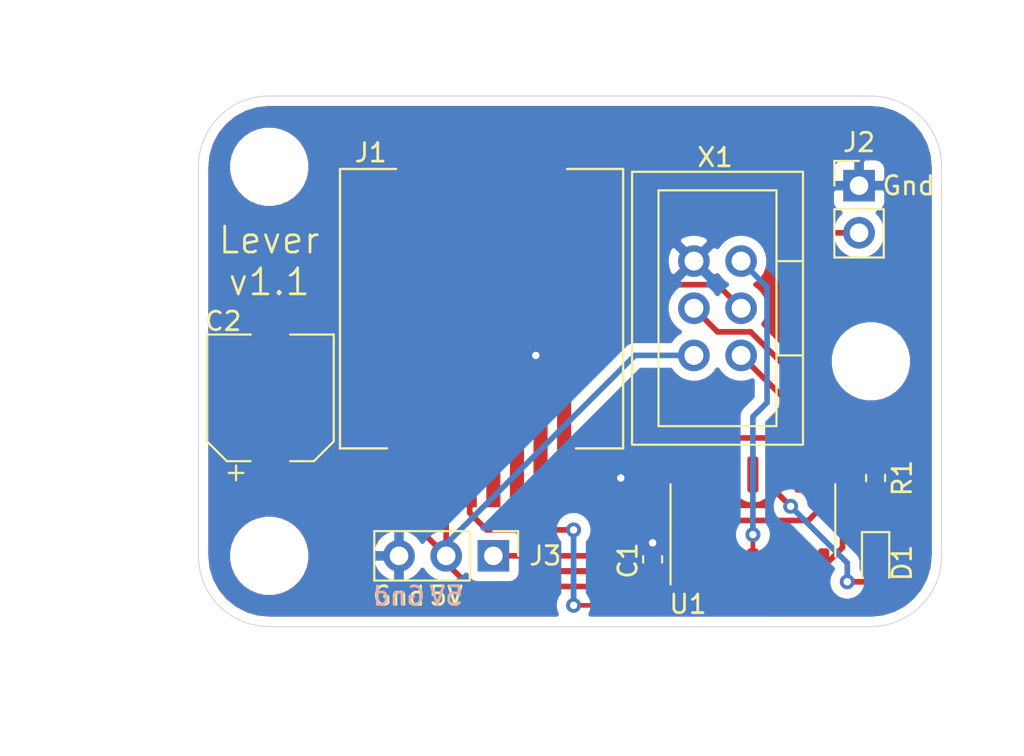
<source format=kicad_pcb>
(kicad_pcb (version 20171130) (host pcbnew "(5.1.5-0)")

  (general
    (thickness 1.6)
    (drawings 16)
    (tracks 70)
    (zones 0)
    (modules 12)
    (nets 11)
  )

  (page A4)
  (title_block
    (title Lever)
    (date 2020-01-21)
    (rev 1.1)
  )

  (layers
    (0 F.Cu signal)
    (31 B.Cu signal)
    (32 B.Adhes user)
    (33 F.Adhes user)
    (34 B.Paste user)
    (35 F.Paste user)
    (36 B.SilkS user)
    (37 F.SilkS user)
    (38 B.Mask user)
    (39 F.Mask user)
    (40 Dwgs.User user)
    (41 Cmts.User user)
    (42 Eco1.User user)
    (43 Eco2.User user)
    (44 Edge.Cuts user)
    (45 Margin user)
    (46 B.CrtYd user hide)
    (47 F.CrtYd user)
    (48 B.Fab user hide)
    (49 F.Fab user hide)
  )

  (setup
    (last_trace_width 0.25)
    (user_trace_width 0.3048)
    (trace_clearance 0.2)
    (zone_clearance 0.508)
    (zone_45_only no)
    (trace_min 0.2)
    (via_size 0.8)
    (via_drill 0.4)
    (via_min_size 0.4)
    (via_min_drill 0.3)
    (uvia_size 0.3)
    (uvia_drill 0.1)
    (uvias_allowed no)
    (uvia_min_size 0.2)
    (uvia_min_drill 0.1)
    (edge_width 0.05)
    (segment_width 0.2)
    (pcb_text_width 0.3)
    (pcb_text_size 1.5 1.5)
    (mod_edge_width 0.12)
    (mod_text_size 1 1)
    (mod_text_width 0.15)
    (pad_size 1.524 1.524)
    (pad_drill 0.762)
    (pad_to_mask_clearance 0.051)
    (solder_mask_min_width 0.25)
    (aux_axis_origin 0 0)
    (visible_elements FFFFFF7F)
    (pcbplotparams
      (layerselection 0x010fc_ffffffff)
      (usegerberextensions false)
      (usegerberattributes false)
      (usegerberadvancedattributes false)
      (creategerberjobfile false)
      (excludeedgelayer true)
      (linewidth 0.100000)
      (plotframeref false)
      (viasonmask false)
      (mode 1)
      (useauxorigin false)
      (hpglpennumber 1)
      (hpglpenspeed 20)
      (hpglpendiameter 15.000000)
      (psnegative false)
      (psa4output false)
      (plotreference true)
      (plotvalue true)
      (plotinvisibletext false)
      (padsonsilk false)
      (subtractmaskfromsilk false)
      (outputformat 1)
      (mirror false)
      (drillshape 0)
      (scaleselection 1)
      (outputdirectory "gerbers/"))
  )

  (net 0 "")
  (net 1 "Net-(J3-Pad1)")
  (net 2 "Net-(U1-Pad7)")
  (net 3 "Net-(U1-Pad4)")
  (net 4 /Vcc)
  (net 5 /GND)
  (net 6 /DIO_A)
  (net 7 /DIO_B)
  (net 8 /DIO_C)
  (net 9 "Net-(D1-Pad2)")
  (net 10 "Net-(D1-Pad1)")

  (net_class Default "This is the default net class."
    (clearance 0.2)
    (trace_width 0.25)
    (via_dia 0.8)
    (via_drill 0.4)
    (uvia_dia 0.3)
    (uvia_drill 0.1)
    (add_net /DIO_A)
    (add_net /DIO_B)
    (add_net /DIO_C)
    (add_net /GND)
    (add_net /Vcc)
    (add_net "Net-(D1-Pad1)")
    (add_net "Net-(D1-Pad2)")
    (add_net "Net-(J3-Pad1)")
    (add_net "Net-(U1-Pad4)")
    (add_net "Net-(U1-Pad7)")
  )

  (module Connector_PinHeader_2.54mm:PinHeader_1x02_P2.54mm_Vertical (layer F.Cu) (tedit 5E2898D4) (tstamp 5E1C9214)
    (at 132.715 74.676)
    (descr "Through hole straight pin header, 1x02, 2.54mm pitch, single row")
    (tags "Through hole pin header THT 1x02 2.54mm single row")
    (path /5E190954)
    (fp_text reference J2 (at 0 -2.33) (layer F.SilkS)
      (effects (font (size 1 1) (thickness 0.15)))
    )
    (fp_text value Conn_01x02 (at 0 4.87) (layer F.Fab) hide
      (effects (font (size 1 1) (thickness 0.15)))
    )
    (fp_text user %R (at 0 1.27 -270) (layer F.Fab)
      (effects (font (size 1 1) (thickness 0.15)))
    )
    (fp_line (start 1.8 -1.8) (end -1.8 -1.8) (layer F.CrtYd) (width 0.05))
    (fp_line (start 1.8 4.35) (end 1.8 -1.8) (layer F.CrtYd) (width 0.05))
    (fp_line (start -1.8 4.35) (end 1.8 4.35) (layer F.CrtYd) (width 0.05))
    (fp_line (start -1.8 -1.8) (end -1.8 4.35) (layer F.CrtYd) (width 0.05))
    (fp_line (start -1.33 -1.33) (end 0 -1.33) (layer F.SilkS) (width 0.12))
    (fp_line (start -1.33 0) (end -1.33 -1.33) (layer F.SilkS) (width 0.12))
    (fp_line (start -1.33 1.27) (end 1.33 1.27) (layer F.SilkS) (width 0.12))
    (fp_line (start 1.33 1.27) (end 1.33 3.87) (layer F.SilkS) (width 0.12))
    (fp_line (start -1.33 1.27) (end -1.33 3.87) (layer F.SilkS) (width 0.12))
    (fp_line (start -1.33 3.87) (end 1.33 3.87) (layer F.SilkS) (width 0.12))
    (fp_line (start -1.27 -0.635) (end -0.635 -1.27) (layer F.Fab) (width 0.1))
    (fp_line (start -1.27 3.81) (end -1.27 -0.635) (layer F.Fab) (width 0.1))
    (fp_line (start 1.27 3.81) (end -1.27 3.81) (layer F.Fab) (width 0.1))
    (fp_line (start 1.27 -1.27) (end 1.27 3.81) (layer F.Fab) (width 0.1))
    (fp_line (start -0.635 -1.27) (end 1.27 -1.27) (layer F.Fab) (width 0.1))
    (pad 2 thru_hole oval (at 0 2.54) (size 1.7 1.7) (drill 1) (layers *.Cu *.Mask)
      (net 7 /DIO_B))
    (pad 1 thru_hole rect (at 0 0) (size 1.7 1.7) (drill 1) (layers *.Cu *.Mask)
      (net 5 /GND))
  )

  (module Connector_PinHeader_2.54mm:PinHeader_1x03_P2.54mm_Vertical (layer F.Cu) (tedit 5E2898C2) (tstamp 5E1CB7EA)
    (at 113.03 94.615 270)
    (descr "Through hole straight pin header, 1x03, 2.54mm pitch, single row")
    (tags "Through hole pin header THT 1x03 2.54mm single row")
    (path /5E1921A1)
    (fp_text reference J3 (at 0 -2.794 180) (layer F.SilkS)
      (effects (font (size 1 1) (thickness 0.15)))
    )
    (fp_text value Conn_01x03 (at 0 7.41 270) (layer F.Fab) hide
      (effects (font (size 1 1) (thickness 0.15)))
    )
    (fp_text user %R (at 0 2.54) (layer F.Fab)
      (effects (font (size 1 1) (thickness 0.15)))
    )
    (fp_line (start 1.8 -1.8) (end -1.8 -1.8) (layer F.CrtYd) (width 0.05))
    (fp_line (start 1.8 6.85) (end 1.8 -1.8) (layer F.CrtYd) (width 0.05))
    (fp_line (start -1.8 6.85) (end 1.8 6.85) (layer F.CrtYd) (width 0.05))
    (fp_line (start -1.8 -1.8) (end -1.8 6.85) (layer F.CrtYd) (width 0.05))
    (fp_line (start -1.33 -1.33) (end 0 -1.33) (layer F.SilkS) (width 0.12))
    (fp_line (start -1.33 0) (end -1.33 -1.33) (layer F.SilkS) (width 0.12))
    (fp_line (start -1.33 1.27) (end 1.33 1.27) (layer F.SilkS) (width 0.12))
    (fp_line (start 1.33 1.27) (end 1.33 6.41) (layer F.SilkS) (width 0.12))
    (fp_line (start -1.33 1.27) (end -1.33 6.41) (layer F.SilkS) (width 0.12))
    (fp_line (start -1.33 6.41) (end 1.33 6.41) (layer F.SilkS) (width 0.12))
    (fp_line (start -1.27 -0.635) (end -0.635 -1.27) (layer F.Fab) (width 0.1))
    (fp_line (start -1.27 6.35) (end -1.27 -0.635) (layer F.Fab) (width 0.1))
    (fp_line (start 1.27 6.35) (end -1.27 6.35) (layer F.Fab) (width 0.1))
    (fp_line (start 1.27 -1.27) (end 1.27 6.35) (layer F.Fab) (width 0.1))
    (fp_line (start -0.635 -1.27) (end 1.27 -1.27) (layer F.Fab) (width 0.1))
    (pad 3 thru_hole oval (at 0 5.08 270) (size 1.7 1.7) (drill 1) (layers *.Cu *.Mask)
      (net 5 /GND))
    (pad 2 thru_hole oval (at 0 2.54 270) (size 1.7 1.7) (drill 1) (layers *.Cu *.Mask)
      (net 4 /Vcc))
    (pad 1 thru_hole rect (at 0 0 270) (size 1.7 1.7) (drill 1) (layers *.Cu *.Mask)
      (net 1 "Net-(J3-Pad1)"))
  )

  (module Capacitor_SMD:CP_Elec_6.3x4.9 (layer F.Cu) (tedit 5BCA39CF) (tstamp 5E1F6C2F)
    (at 101.0285 86.106 90)
    (descr "SMD capacitor, aluminum electrolytic, Panasonic C5, 6.3x4.9mm")
    (tags "capacitor electrolytic")
    (path /5E1F5A3D)
    (attr smd)
    (fp_text reference C2 (at 4.1275 -2.54 180) (layer F.SilkS)
      (effects (font (size 1 1) (thickness 0.15)))
    )
    (fp_text value "470 µF" (at 0 4.35 90) (layer F.Fab)
      (effects (font (size 1 1) (thickness 0.15)))
    )
    (fp_text user %R (at 0 0 90) (layer F.Fab)
      (effects (font (size 1 1) (thickness 0.15)))
    )
    (fp_line (start -4.8 1.05) (end -3.55 1.05) (layer F.CrtYd) (width 0.05))
    (fp_line (start -4.8 -1.05) (end -4.8 1.05) (layer F.CrtYd) (width 0.05))
    (fp_line (start -3.55 -1.05) (end -4.8 -1.05) (layer F.CrtYd) (width 0.05))
    (fp_line (start -3.55 1.05) (end -3.55 2.4) (layer F.CrtYd) (width 0.05))
    (fp_line (start -3.55 -2.4) (end -3.55 -1.05) (layer F.CrtYd) (width 0.05))
    (fp_line (start -3.55 -2.4) (end -2.4 -3.55) (layer F.CrtYd) (width 0.05))
    (fp_line (start -3.55 2.4) (end -2.4 3.55) (layer F.CrtYd) (width 0.05))
    (fp_line (start -2.4 -3.55) (end 3.55 -3.55) (layer F.CrtYd) (width 0.05))
    (fp_line (start -2.4 3.55) (end 3.55 3.55) (layer F.CrtYd) (width 0.05))
    (fp_line (start 3.55 1.05) (end 3.55 3.55) (layer F.CrtYd) (width 0.05))
    (fp_line (start 4.8 1.05) (end 3.55 1.05) (layer F.CrtYd) (width 0.05))
    (fp_line (start 4.8 -1.05) (end 4.8 1.05) (layer F.CrtYd) (width 0.05))
    (fp_line (start 3.55 -1.05) (end 4.8 -1.05) (layer F.CrtYd) (width 0.05))
    (fp_line (start 3.55 -3.55) (end 3.55 -1.05) (layer F.CrtYd) (width 0.05))
    (fp_line (start -4.04375 -2.24125) (end -4.04375 -1.45375) (layer F.SilkS) (width 0.12))
    (fp_line (start -4.4375 -1.8475) (end -3.65 -1.8475) (layer F.SilkS) (width 0.12))
    (fp_line (start -3.41 2.345563) (end -2.345563 3.41) (layer F.SilkS) (width 0.12))
    (fp_line (start -3.41 -2.345563) (end -2.345563 -3.41) (layer F.SilkS) (width 0.12))
    (fp_line (start -3.41 -2.345563) (end -3.41 -1.06) (layer F.SilkS) (width 0.12))
    (fp_line (start -3.41 2.345563) (end -3.41 1.06) (layer F.SilkS) (width 0.12))
    (fp_line (start -2.345563 3.41) (end 3.41 3.41) (layer F.SilkS) (width 0.12))
    (fp_line (start -2.345563 -3.41) (end 3.41 -3.41) (layer F.SilkS) (width 0.12))
    (fp_line (start 3.41 -3.41) (end 3.41 -1.06) (layer F.SilkS) (width 0.12))
    (fp_line (start 3.41 3.41) (end 3.41 1.06) (layer F.SilkS) (width 0.12))
    (fp_line (start -2.389838 -1.645) (end -2.389838 -1.015) (layer F.Fab) (width 0.1))
    (fp_line (start -2.704838 -1.33) (end -2.074838 -1.33) (layer F.Fab) (width 0.1))
    (fp_line (start -3.3 2.3) (end -2.3 3.3) (layer F.Fab) (width 0.1))
    (fp_line (start -3.3 -2.3) (end -2.3 -3.3) (layer F.Fab) (width 0.1))
    (fp_line (start -3.3 -2.3) (end -3.3 2.3) (layer F.Fab) (width 0.1))
    (fp_line (start -2.3 3.3) (end 3.3 3.3) (layer F.Fab) (width 0.1))
    (fp_line (start -2.3 -3.3) (end 3.3 -3.3) (layer F.Fab) (width 0.1))
    (fp_line (start 3.3 -3.3) (end 3.3 3.3) (layer F.Fab) (width 0.1))
    (fp_circle (center 0 0) (end 3.15 0) (layer F.Fab) (width 0.1))
    (pad 2 smd roundrect (at 2.8 0 90) (size 3.5 1.6) (layers F.Cu F.Paste F.Mask) (roundrect_rratio 0.15625)
      (net 5 /GND))
    (pad 1 smd roundrect (at -2.8 0 90) (size 3.5 1.6) (layers F.Cu F.Paste F.Mask) (roundrect_rratio 0.15625)
      (net 4 /Vcc))
    (model ${KISYS3DMOD}/Capacitor_SMD.3dshapes/CP_Elec_6.3x4.9.wrl
      (at (xyz 0 0 0))
      (scale (xyz 1 1 1))
      (rotate (xyz 0 0 0))
    )
  )

  (module Capacitor_SMD:C_0603_1608Metric_Pad1.05x0.95mm_HandSolder (layer F.Cu) (tedit 5B301BBE) (tstamp 5E1F51E8)
    (at 121.6025 94.8055 270)
    (descr "Capacitor SMD 0603 (1608 Metric), square (rectangular) end terminal, IPC_7351 nominal with elongated pad for handsoldering. (Body size source: http://www.tortai-tech.com/upload/download/2011102023233369053.pdf), generated with kicad-footprint-generator")
    (tags "capacitor handsolder")
    (path /5E1F59E0)
    (attr smd)
    (fp_text reference C1 (at 0.0635 1.3335 270) (layer F.SilkS)
      (effects (font (size 1 1) (thickness 0.15)))
    )
    (fp_text value 0.1µF (at 0 1.43 90) (layer F.Fab)
      (effects (font (size 1 1) (thickness 0.15)))
    )
    (fp_text user %R (at 0 0 90) (layer F.Fab)
      (effects (font (size 0.4 0.4) (thickness 0.06)))
    )
    (fp_line (start 1.65 0.73) (end -1.65 0.73) (layer F.CrtYd) (width 0.05))
    (fp_line (start 1.65 -0.73) (end 1.65 0.73) (layer F.CrtYd) (width 0.05))
    (fp_line (start -1.65 -0.73) (end 1.65 -0.73) (layer F.CrtYd) (width 0.05))
    (fp_line (start -1.65 0.73) (end -1.65 -0.73) (layer F.CrtYd) (width 0.05))
    (fp_line (start -0.171267 0.51) (end 0.171267 0.51) (layer F.SilkS) (width 0.12))
    (fp_line (start -0.171267 -0.51) (end 0.171267 -0.51) (layer F.SilkS) (width 0.12))
    (fp_line (start 0.8 0.4) (end -0.8 0.4) (layer F.Fab) (width 0.1))
    (fp_line (start 0.8 -0.4) (end 0.8 0.4) (layer F.Fab) (width 0.1))
    (fp_line (start -0.8 -0.4) (end 0.8 -0.4) (layer F.Fab) (width 0.1))
    (fp_line (start -0.8 0.4) (end -0.8 -0.4) (layer F.Fab) (width 0.1))
    (pad 2 smd roundrect (at 0.875 0 270) (size 1.05 0.95) (layers F.Cu F.Paste F.Mask) (roundrect_rratio 0.25)
      (net 4 /Vcc))
    (pad 1 smd roundrect (at -0.875 0 270) (size 1.05 0.95) (layers F.Cu F.Paste F.Mask) (roundrect_rratio 0.25)
      (net 5 /GND))
    (model ${KISYS3DMOD}/Capacitor_SMD.3dshapes/C_0603_1608Metric.wrl
      (at (xyz 0 0 0))
      (scale (xyz 1 1 1))
      (rotate (xyz 0 0 0))
    )
  )

  (module Resistor_SMD:R_0603_1608Metric_Pad1.05x0.95mm_HandSolder (layer F.Cu) (tedit 5B301BBD) (tstamp 5E1CF789)
    (at 133.604 90.424 270)
    (descr "Resistor SMD 0603 (1608 Metric), square (rectangular) end terminal, IPC_7351 nominal with elongated pad for handsoldering. (Body size source: http://www.tortai-tech.com/upload/download/2011102023233369053.pdf), generated with kicad-footprint-generator")
    (tags "resistor handsolder")
    (path /5E1E2B3D)
    (attr smd)
    (fp_text reference R1 (at 0 -1.43 90) (layer F.SilkS)
      (effects (font (size 1 1) (thickness 0.15)))
    )
    (fp_text value 10KΩ (at 0 1.43 90) (layer F.Fab)
      (effects (font (size 1 1) (thickness 0.15)))
    )
    (fp_text user %R (at 0 0 90) (layer F.Fab)
      (effects (font (size 0.4 0.4) (thickness 0.06)))
    )
    (fp_line (start 1.65 0.73) (end -1.65 0.73) (layer F.CrtYd) (width 0.05))
    (fp_line (start 1.65 -0.73) (end 1.65 0.73) (layer F.CrtYd) (width 0.05))
    (fp_line (start -1.65 -0.73) (end 1.65 -0.73) (layer F.CrtYd) (width 0.05))
    (fp_line (start -1.65 0.73) (end -1.65 -0.73) (layer F.CrtYd) (width 0.05))
    (fp_line (start -0.171267 0.51) (end 0.171267 0.51) (layer F.SilkS) (width 0.12))
    (fp_line (start -0.171267 -0.51) (end 0.171267 -0.51) (layer F.SilkS) (width 0.12))
    (fp_line (start 0.8 0.4) (end -0.8 0.4) (layer F.Fab) (width 0.1))
    (fp_line (start 0.8 -0.4) (end 0.8 0.4) (layer F.Fab) (width 0.1))
    (fp_line (start -0.8 -0.4) (end 0.8 -0.4) (layer F.Fab) (width 0.1))
    (fp_line (start -0.8 0.4) (end -0.8 -0.4) (layer F.Fab) (width 0.1))
    (pad 2 smd roundrect (at 0.875 0 270) (size 1.05 0.95) (layers F.Cu F.Paste F.Mask) (roundrect_rratio 0.25)
      (net 10 "Net-(D1-Pad1)"))
    (pad 1 smd roundrect (at -0.875 0 270) (size 1.05 0.95) (layers F.Cu F.Paste F.Mask) (roundrect_rratio 0.25)
      (net 5 /GND))
    (model ${KISYS3DMOD}/Resistor_SMD.3dshapes/R_0603_1608Metric.wrl
      (at (xyz 0 0 0))
      (scale (xyz 1 1 1))
      (rotate (xyz 0 0 0))
    )
  )

  (module LED_SMD:LED_0603_1608Metric_Pad1.05x0.95mm_HandSolder (layer F.Cu) (tedit 5B4B45C9) (tstamp 5E1CF51A)
    (at 133.604 94.996 270)
    (descr "LED SMD 0603 (1608 Metric), square (rectangular) end terminal, IPC_7351 nominal, (Body size source: http://www.tortai-tech.com/upload/download/2011102023233369053.pdf), generated with kicad-footprint-generator")
    (tags "LED handsolder")
    (path /5E1D3913)
    (attr smd)
    (fp_text reference D1 (at 0 -1.43 90) (layer F.SilkS)
      (effects (font (size 1 1) (thickness 0.15)))
    )
    (fp_text value LED (at 0 1.43 90) (layer F.Fab)
      (effects (font (size 1 1) (thickness 0.15)))
    )
    (fp_text user %R (at 0 0 90) (layer F.Fab)
      (effects (font (size 0.4 0.4) (thickness 0.06)))
    )
    (fp_line (start 1.65 0.73) (end -1.65 0.73) (layer F.CrtYd) (width 0.05))
    (fp_line (start 1.65 -0.73) (end 1.65 0.73) (layer F.CrtYd) (width 0.05))
    (fp_line (start -1.65 -0.73) (end 1.65 -0.73) (layer F.CrtYd) (width 0.05))
    (fp_line (start -1.65 0.73) (end -1.65 -0.73) (layer F.CrtYd) (width 0.05))
    (fp_line (start -1.66 0.735) (end 0.8 0.735) (layer F.SilkS) (width 0.12))
    (fp_line (start -1.66 -0.735) (end -1.66 0.735) (layer F.SilkS) (width 0.12))
    (fp_line (start 0.8 -0.735) (end -1.66 -0.735) (layer F.SilkS) (width 0.12))
    (fp_line (start 0.8 0.4) (end 0.8 -0.4) (layer F.Fab) (width 0.1))
    (fp_line (start -0.8 0.4) (end 0.8 0.4) (layer F.Fab) (width 0.1))
    (fp_line (start -0.8 -0.1) (end -0.8 0.4) (layer F.Fab) (width 0.1))
    (fp_line (start -0.5 -0.4) (end -0.8 -0.1) (layer F.Fab) (width 0.1))
    (fp_line (start 0.8 -0.4) (end -0.5 -0.4) (layer F.Fab) (width 0.1))
    (pad 2 smd roundrect (at 0.875 0 270) (size 1.05 0.95) (layers F.Cu F.Paste F.Mask) (roundrect_rratio 0.25)
      (net 9 "Net-(D1-Pad2)"))
    (pad 1 smd roundrect (at -0.875 0 270) (size 1.05 0.95) (layers F.Cu F.Paste F.Mask) (roundrect_rratio 0.25)
      (net 10 "Net-(D1-Pad1)"))
    (model ${KISYS3DMOD}/LED_SMD.3dshapes/LED_0603_1608Metric.wrl
      (at (xyz 0 0 0))
      (scale (xyz 1 1 1))
      (rotate (xyz 0 0 0))
    )
  )

  (module Package_SO:SOIC-14_3.9x8.7mm_P1.27mm (layer F.Cu) (tedit 5D9F72B1) (tstamp 5E1C9400)
    (at 127 92.71 90)
    (descr "SOIC, 14 Pin (JEDEC MS-012AB, https://www.analog.com/media/en/package-pcb-resources/package/pkg_pdf/soic_narrow-r/r_14.pdf), generated with kicad-footprint-generator ipc_gullwing_generator.py")
    (tags "SOIC SO")
    (path /5E191972)
    (attr smd)
    (fp_text reference U1 (at -4.5085 -3.4925 180) (layer F.SilkS)
      (effects (font (size 1 1) (thickness 0.15)))
    )
    (fp_text value ATtiny84-20SSU (at 0 5.28 90) (layer F.Fab) hide
      (effects (font (size 1 1) (thickness 0.15)))
    )
    (fp_text user %R (at 0 0 90) (layer F.Fab)
      (effects (font (size 0.98 0.98) (thickness 0.15)))
    )
    (fp_line (start 3.7 -4.58) (end -3.7 -4.58) (layer F.CrtYd) (width 0.05))
    (fp_line (start 3.7 4.58) (end 3.7 -4.58) (layer F.CrtYd) (width 0.05))
    (fp_line (start -3.7 4.58) (end 3.7 4.58) (layer F.CrtYd) (width 0.05))
    (fp_line (start -3.7 -4.58) (end -3.7 4.58) (layer F.CrtYd) (width 0.05))
    (fp_line (start -1.95 -3.35) (end -0.975 -4.325) (layer F.Fab) (width 0.1))
    (fp_line (start -1.95 4.325) (end -1.95 -3.35) (layer F.Fab) (width 0.1))
    (fp_line (start 1.95 4.325) (end -1.95 4.325) (layer F.Fab) (width 0.1))
    (fp_line (start 1.95 -4.325) (end 1.95 4.325) (layer F.Fab) (width 0.1))
    (fp_line (start -0.975 -4.325) (end 1.95 -4.325) (layer F.Fab) (width 0.1))
    (fp_line (start 0 -4.435) (end -3.45 -4.435) (layer F.SilkS) (width 0.12))
    (fp_line (start 0 -4.435) (end 1.95 -4.435) (layer F.SilkS) (width 0.12))
    (fp_line (start 0 4.435) (end -1.95 4.435) (layer F.SilkS) (width 0.12))
    (fp_line (start 0 4.435) (end 1.95 4.435) (layer F.SilkS) (width 0.12))
    (fp_text user e (at 0 0 90) (layer F.Fab) hide
      (effects (font (size 0.98 0.98) (thickness 0.15)))
    )
    (pad 14 smd roundrect (at 2.475 -3.81 90) (size 1.95 0.6) (layers F.Cu F.Paste F.Mask) (roundrect_rratio 0.25)
      (net 5 /GND))
    (pad 13 smd roundrect (at 2.475 -2.54 90) (size 1.95 0.6) (layers F.Cu F.Paste F.Mask) (roundrect_rratio 0.25))
    (pad 12 smd roundrect (at 2.475 -1.27 90) (size 1.95 0.6) (layers F.Cu F.Paste F.Mask) (roundrect_rratio 0.25))
    (pad 11 smd roundrect (at 2.475 0 90) (size 1.95 0.6) (layers F.Cu F.Paste F.Mask) (roundrect_rratio 0.25))
    (pad 10 smd roundrect (at 2.475 1.27 90) (size 1.95 0.6) (layers F.Cu F.Paste F.Mask) (roundrect_rratio 0.25)
      (net 9 "Net-(D1-Pad2)"))
    (pad 9 smd roundrect (at 2.475 2.54 90) (size 1.95 0.6) (layers F.Cu F.Paste F.Mask) (roundrect_rratio 0.25)
      (net 6 /DIO_A))
    (pad 8 smd roundrect (at 2.475 3.81 90) (size 1.95 0.6) (layers F.Cu F.Paste F.Mask) (roundrect_rratio 0.25)
      (net 1 "Net-(J3-Pad1)"))
    (pad 7 smd roundrect (at -2.475 3.81 90) (size 1.95 0.6) (layers F.Cu F.Paste F.Mask) (roundrect_rratio 0.25)
      (net 2 "Net-(U1-Pad7)"))
    (pad 6 smd roundrect (at -2.475 2.54 90) (size 1.95 0.6) (layers F.Cu F.Paste F.Mask) (roundrect_rratio 0.25))
    (pad 5 smd roundrect (at -2.475 1.27 90) (size 1.95 0.6) (layers F.Cu F.Paste F.Mask) (roundrect_rratio 0.25)
      (net 8 /DIO_C))
    (pad 4 smd roundrect (at -2.475 0 90) (size 1.95 0.6) (layers F.Cu F.Paste F.Mask) (roundrect_rratio 0.25)
      (net 3 "Net-(U1-Pad4)"))
    (pad 3 smd roundrect (at -2.475 -1.27 90) (size 1.95 0.6) (layers F.Cu F.Paste F.Mask) (roundrect_rratio 0.25))
    (pad 2 smd roundrect (at -2.475 -2.54 90) (size 1.95 0.6) (layers F.Cu F.Paste F.Mask) (roundrect_rratio 0.25))
    (pad 1 smd roundrect (at -2.475 -3.81 90) (size 1.95 0.6) (layers F.Cu F.Paste F.Mask) (roundrect_rratio 0.25)
      (net 4 /Vcc))
    (model ${KISYS3DMOD}/Package_SO.3dshapes/SOIC-14_3.9x8.7mm_P1.27mm.wrl
      (at (xyz 0 0 0))
      (scale (xyz 1 1 1))
      (rotate (xyz 0 0 0))
    )
  )

  (module MountingHole:MountingHole_3.2mm_M3 (layer F.Cu) (tedit 56D1B4CB) (tstamp 5E191631)
    (at 133.35 84.1375)
    (descr "Mounting Hole 3.2mm, no annular, M3")
    (tags "mounting hole 3.2mm no annular m3")
    (path /5E1914C1)
    (attr virtual)
    (fp_text reference H3 (at 0 -4.2) (layer F.SilkS) hide
      (effects (font (size 1 1) (thickness 0.15)))
    )
    (fp_text value MountingHole (at 0 4.2) (layer F.Fab) hide
      (effects (font (size 1 1) (thickness 0.15)))
    )
    (fp_circle (center 0 0) (end 3.45 0) (layer F.CrtYd) (width 0.05))
    (fp_circle (center 0 0) (end 3.2 0) (layer Cmts.User) (width 0.15))
    (fp_text user %R (at 0.3 0) (layer F.Fab)
      (effects (font (size 1 1) (thickness 0.15)))
    )
    (pad 1 np_thru_hole circle (at 0 0) (size 3.2 3.2) (drill 3.2) (layers *.Cu *.Mask))
  )

  (module MountingHole:MountingHole_3.2mm_M3 (layer F.Cu) (tedit 56D1B4CB) (tstamp 5E19146A)
    (at 100.965 73.66)
    (descr "Mounting Hole 3.2mm, no annular, M3")
    (tags "mounting hole 3.2mm no annular m3")
    (path /5E191246)
    (attr virtual)
    (fp_text reference H2 (at 0 -4.2) (layer F.SilkS) hide
      (effects (font (size 1 1) (thickness 0.15)))
    )
    (fp_text value MountingHole (at 0 4.2) (layer F.Fab) hide
      (effects (font (size 1 1) (thickness 0.15)))
    )
    (fp_circle (center 0 0) (end 3.45 0) (layer F.CrtYd) (width 0.05))
    (fp_circle (center 0 0) (end 3.2 0) (layer Cmts.User) (width 0.15))
    (fp_text user %R (at 0.3 0) (layer F.Fab)
      (effects (font (size 1 1) (thickness 0.15)))
    )
    (pad 1 np_thru_hole circle (at 0 0) (size 3.2 3.2) (drill 3.2) (layers *.Cu *.Mask))
  )

  (module MountingHole:MountingHole_3.2mm_M3 (layer F.Cu) (tedit 56D1B4CB) (tstamp 5E191A06)
    (at 100.965 94.615)
    (descr "Mounting Hole 3.2mm, no annular, M3")
    (tags "mounting hole 3.2mm no annular m3")
    (path /5E199A19)
    (attr virtual)
    (fp_text reference H1 (at 0 -4.2) (layer F.SilkS) hide
      (effects (font (size 1 1) (thickness 0.15)))
    )
    (fp_text value MountingHole (at 0 4.2) (layer F.Fab) hide
      (effects (font (size 1 1) (thickness 0.15)))
    )
    (fp_circle (center 0 0) (end 3.45 0) (layer F.CrtYd) (width 0.05))
    (fp_circle (center 0 0) (end 3.2 0) (layer Cmts.User) (width 0.15))
    (fp_text user %R (at 0.3 0) (layer F.Fab)
      (effects (font (size 1 1) (thickness 0.15)))
    )
    (pad 1 np_thru_hole circle (at 0 0) (size 3.2 3.2) (drill 3.2) (layers *.Cu *.Mask))
  )

  (module asl_footprints:AVR_ISP (layer F.Cu) (tedit 5E2766C0) (tstamp 5E27BE14)
    (at 125.095 81.28 180)
    (path /5E19724B)
    (fp_text reference X1 (at 0.127 8.128) (layer F.SilkS)
      (effects (font (size 1 1) (thickness 0.15)))
    )
    (fp_text value AVR_ISP (at -1.27 -8.255) (layer F.Fab)
      (effects (font (size 1 1) (thickness 0.15)))
    )
    (fp_line (start -4.6 -7.35) (end 4.6 -7.35) (layer F.SilkS) (width 0.12))
    (fp_line (start -4.6 7.35) (end 4.6 7.35) (layer F.SilkS) (width 0.12))
    (fp_line (start 4.6 -7.35) (end 4.6 7.35) (layer F.SilkS) (width 0.12))
    (fp_line (start -4.6 -7.35) (end -4.6 7.35) (layer F.SilkS) (width 0.12))
    (fp_line (start -3.175 -6.35) (end 3.175 -6.35) (layer F.SilkS) (width 0.12))
    (fp_line (start 3.175 -6.35) (end 3.175 6.35) (layer F.SilkS) (width 0.12))
    (fp_line (start 3.175 6.35) (end -3.175 6.35) (layer F.SilkS) (width 0.12))
    (fp_line (start -3.175 6.35) (end -3.175 -6.35) (layer F.SilkS) (width 0.12))
    (fp_line (start -3.175 -2.54) (end -4.6 -2.54) (layer F.SilkS) (width 0.12))
    (fp_line (start -3.175 2.54) (end -4.6 2.54) (layer F.SilkS) (width 0.12))
    (pad 6 thru_hole circle (at 1.27 2.54 180) (size 1.7 1.7) (drill 1.02) (layers *.Cu *.Mask)
      (net 5 /GND))
    (pad 5 thru_hole circle (at -1.27 2.54 180) (size 1.7 1.7) (drill 1.02) (layers *.Cu *.Mask)
      (net 3 "Net-(U1-Pad4)"))
    (pad 4 thru_hole circle (at 1.27 0 180) (size 1.7 1.7) (drill 1.02) (layers *.Cu *.Mask)
      (net 2 "Net-(U1-Pad7)"))
    (pad 3 thru_hole circle (at -1.27 0 180) (size 1.7 1.7) (drill 1.02) (layers *.Cu *.Mask)
      (net 6 /DIO_A))
    (pad 2 thru_hole circle (at 1.27 -2.54 180) (size 1.7 1.7) (drill 1.02) (layers *.Cu *.Mask)
      (net 4 /Vcc))
    (pad 1 thru_hole circle (at -1.27 -2.54 180) (size 1.7 1.7) (drill 1.02) (layers *.Cu *.Mask)
      (net 1 "Net-(J3-Pad1)"))
    (model ${KIPRJMOD}/libs/3d/ICSP.step
      (at (xyz 0 0 0))
      (scale (xyz 1 1 1))
      (rotate (xyz 0 0 0))
    )
  )

  (module asl_footprints:RJ45_SMD_Vertical (layer F.Cu) (tedit 5E2768F3) (tstamp 5E1CC1C2)
    (at 112.395 80.518 180)
    (path /5E18FEB4)
    (fp_text reference J1 (at 5.969 7.62) (layer F.SilkS)
      (effects (font (size 1 1) (thickness 0.15)))
    )
    (fp_text value RJ45_pyControl (at 0.635 -2.54) (layer F.Fab) hide
      (effects (font (size 1 1) (thickness 0.15)))
    )
    (fp_line (start 7.62 6.74) (end 4.6 6.74) (layer F.SilkS) (width 0.127))
    (fp_line (start 5.08 -8.31) (end 7.62 -8.31) (layer F.SilkS) (width 0.127))
    (fp_text user J2 (at 0 7.62) (layer F.SilkS) hide
      (effects (font (size 1.27 1.27) (thickness 0.15)) (justify left top))
    )
    (fp_line (start -7.62 -8.31) (end -5.08 -8.31) (layer F.SilkS) (width 0.127))
    (fp_line (start -7.62 6.74) (end -7.62 -8.31) (layer F.SilkS) (width 0.127))
    (fp_line (start -4.6 6.74) (end -7.62 6.74) (layer F.SilkS) (width 0.127))
    (fp_line (start 7.62 -8.31) (end 7.62 6.74) (layer F.SilkS) (width 0.127))
    (pad 7 smd rect (at 3.175 -8.31 270) (size 6.35 0.76) (layers F.Cu F.Paste F.Mask)
      (solder_mask_margin 0.1016))
    (pad 8 smd rect (at 4.445 -8.31 270) (size 6.35 0.76) (layers F.Cu F.Paste F.Mask)
      (solder_mask_margin 0.1016))
    (pad 6 smd rect (at 1.905 -8.31 270) (size 6.35 0.76) (layers F.Cu F.Paste F.Mask)
      (net 4 /Vcc) (solder_mask_margin 0.1016))
    (pad 5 smd rect (at 0.635 -8.31 270) (size 6.35 0.76) (layers F.Cu F.Paste F.Mask)
      (net 8 /DIO_C) (solder_mask_margin 0.1016))
    (pad 1 smd rect (at -4.445 -8.31 270) (size 6.35 0.76) (layers F.Cu F.Paste F.Mask)
      (net 6 /DIO_A) (solder_mask_margin 0.1016))
    (pad 2 smd rect (at -3.175 -8.31 270) (size 6.35 0.76) (layers F.Cu F.Paste F.Mask)
      (net 5 /GND) (solder_mask_margin 0.1016))
    (pad 3 smd rect (at -1.905 -8.31 270) (size 6.35 0.76) (layers F.Cu F.Paste F.Mask)
      (solder_mask_margin 0.1016))
    (pad MNT smd rect (at 0 7.62 270) (size 4.5 8.8) (layers F.Cu F.Paste F.Mask)
      (solder_mask_margin 0.1016))
    (pad 4 smd rect (at -0.635 -8.31 270) (size 6.35 0.76) (layers F.Cu F.Paste F.Mask)
      (net 7 /DIO_B) (solder_mask_margin 0.1016))
    (model ${KIPRJMOD}/libs/3d/RJ45_smd_vertical.step
      (at (xyz 0 0 0))
      (scale (xyz 1 1 1))
      (rotate (xyz 0 0 0))
    )
  )

  (gr_text "Lever\nv1.1\n" (at 100.965 78.74) (layer F.SilkS)
    (effects (font (size 1.397 1.397) (thickness 0.15)))
  )
  (gr_text Gnd (at 135.382 74.676) (layer F.SilkS) (tstamp 5E1CC3D8)
    (effects (font (size 1 1) (thickness 0.15)))
  )
  (gr_text 5V (at 110.49 96.774) (layer B.SilkS) (tstamp 5E1CC3D1)
    (effects (font (size 1 1) (thickness 0.15)) (justify mirror))
  )
  (gr_text Gnd (at 107.95 96.774) (layer B.SilkS) (tstamp 5E1CC3C5)
    (effects (font (size 1 1) (thickness 0.15)) (justify mirror))
  )
  (gr_text Gnd (at 107.95 96.774) (layer F.SilkS)
    (effects (font (size 1 1) (thickness 0.15)))
  )
  (gr_text 5V (at 110.49 96.774) (layer F.SilkS)
    (effects (font (size 1 1) (thickness 0.15)))
  )
  (dimension 32.385 (width 0.15) (layer Dwgs.User)
    (gr_text "1.2750 in" (at 117.1575 65.375) (layer Dwgs.User)
      (effects (font (size 1 1) (thickness 0.15)))
    )
    (feature1 (pts (xy 133.35 69.85) (xy 133.35 66.088579)))
    (feature2 (pts (xy 100.965 69.85) (xy 100.965 66.088579)))
    (crossbar (pts (xy 100.965 66.675) (xy 133.35 66.675)))
    (arrow1a (pts (xy 133.35 66.675) (xy 132.223496 67.261421)))
    (arrow1b (pts (xy 133.35 66.675) (xy 132.223496 66.088579)))
    (arrow2a (pts (xy 100.965 66.675) (xy 102.091504 67.261421)))
    (arrow2b (pts (xy 100.965 66.675) (xy 102.091504 66.088579)))
  )
  (dimension 20.955 (width 0.15) (layer Dwgs.User) (tstamp 5E1CEFEC)
    (gr_text "0.8250 in" (at 90.14 84.1375 270) (layer Dwgs.User) (tstamp 5E1CEFEC)
      (effects (font (size 1 1) (thickness 0.15)))
    )
    (feature1 (pts (xy 100.965 94.615) (xy 90.853579 94.615)))
    (feature2 (pts (xy 100.965 73.66) (xy 90.853579 73.66)))
    (crossbar (pts (xy 91.44 73.66) (xy 91.44 94.615)))
    (arrow1a (pts (xy 91.44 94.615) (xy 90.853579 93.488496)))
    (arrow1b (pts (xy 91.44 94.615) (xy 92.026421 93.488496)))
    (arrow2a (pts (xy 91.44 73.66) (xy 90.853579 74.786504)))
    (arrow2b (pts (xy 91.44 73.66) (xy 92.026421 74.786504)))
  )
  (gr_arc (start 133.35 94.615) (end 133.35 98.425) (angle -90) (layer Edge.Cuts) (width 0.05) (tstamp 5E1916A0))
  (gr_arc (start 100.965 94.615) (end 97.155 94.615) (angle -90) (layer Edge.Cuts) (width 0.05) (tstamp 5E1916A0))
  (gr_arc (start 100.965 73.66) (end 100.965 69.85) (angle -90) (layer Edge.Cuts) (width 0.05) (tstamp 5E1916A0))
  (gr_arc (start 133.35 73.66) (end 137.16 73.66) (angle -90) (layer Edge.Cuts) (width 0.05))
  (gr_line (start 97.155 94.615) (end 97.155 73.66) (layer Edge.Cuts) (width 0.05) (tstamp 5E191666))
  (gr_line (start 133.35 98.425) (end 100.965 98.425) (layer Edge.Cuts) (width 0.05))
  (gr_line (start 137.16 73.66) (end 137.16 94.615) (layer Edge.Cuts) (width 0.05) (tstamp 5E191997))
  (gr_line (start 100.965 69.85) (end 133.35 69.85) (layer Edge.Cuts) (width 0.05) (tstamp 5E1C96A2))

  (segment (start 130.81 91.21) (end 130.81 90.235) (width 0.3048) (layer F.Cu) (net 1))
  (segment (start 129.9845 92.71) (end 130.81 91.8845) (width 0.3048) (layer F.Cu) (net 1))
  (segment (start 130.81 91.8845) (end 130.81 91.21) (width 0.3048) (layer F.Cu) (net 1))
  (segment (start 118.237 94.615) (end 120.142 92.71) (width 0.3048) (layer F.Cu) (net 1))
  (segment (start 120.142 92.71) (end 129.9845 92.71) (width 0.3048) (layer F.Cu) (net 1))
  (segment (start 113.665 94.615) (end 118.237 94.615) (width 0.3048) (layer F.Cu) (net 1))
  (segment (start 126.365 83.947) (end 126.365 83.82) (width 0.3048) (layer F.Cu) (net 1))
  (segment (start 130.81 88.265) (end 126.365 83.82) (width 0.3048) (layer F.Cu) (net 1))
  (segment (start 130.81 90.235) (end 130.81 88.265) (width 0.3048) (layer F.Cu) (net 1))
  (segment (start 131.826 87.501446) (end 126.874554 82.55) (width 0.3048) (layer F.Cu) (net 2))
  (segment (start 125.095 82.55) (end 123.825 81.28) (width 0.3048) (layer F.Cu) (net 2))
  (segment (start 126.874554 82.55) (end 125.095 82.55) (width 0.3048) (layer F.Cu) (net 2))
  (segment (start 131.826 94.169) (end 131.826 87.501446) (width 0.3048) (layer F.Cu) (net 2))
  (segment (start 130.81 95.185) (end 131.826 94.169) (width 0.3048) (layer F.Cu) (net 2))
  (via (at 127 93.472) (size 0.8) (drill 0.4) (layers F.Cu B.Cu) (net 3))
  (segment (start 127 93.472) (end 127 95.185) (width 0.25) (layer F.Cu) (net 3))
  (segment (start 127 87.122) (end 127 93.472) (width 0.3048) (layer B.Cu) (net 3))
  (segment (start 127.762 86.36) (end 127 87.122) (width 0.3048) (layer B.Cu) (net 3))
  (segment (start 127.762 80.137) (end 127.762 86.36) (width 0.3048) (layer B.Cu) (net 3))
  (segment (start 126.365 78.74) (end 127.762 80.137) (width 0.3048) (layer B.Cu) (net 3))
  (segment (start 110.49 94.615) (end 110.49 88.32) (width 0.3048) (layer F.Cu) (net 4))
  (segment (start 122.6945 95.6805) (end 123.19 95.185) (width 0.3048) (layer F.Cu) (net 4))
  (segment (start 121.6025 95.6805) (end 122.6945 95.6805) (width 0.3048) (layer F.Cu) (net 4))
  (segment (start 110.49 93.98) (end 110.49 94.615) (width 0.3048) (layer B.Cu) (net 4))
  (segment (start 120.65 83.82) (end 110.49 93.98) (width 0.3048) (layer B.Cu) (net 4))
  (segment (start 123.825 83.82) (end 120.65 83.82) (width 0.3048) (layer B.Cu) (net 4))
  (segment (start 121.017 96.266) (end 121.6025 95.6805) (width 0.3048) (layer F.Cu) (net 4))
  (segment (start 110.49 94.615) (end 110.49 94.996) (width 0.3048) (layer F.Cu) (net 4))
  (segment (start 110.49 94.996) (end 111.76 96.266) (width 0.3048) (layer F.Cu) (net 4))
  (segment (start 111.76 96.266) (end 121.017 96.266) (width 0.3048) (layer F.Cu) (net 4))
  (segment (start 108.9025 93.0275) (end 110.49 94.615) (width 0.3048) (layer F.Cu) (net 4))
  (segment (start 106.7435 93.0275) (end 108.9025 93.0275) (width 0.3048) (layer F.Cu) (net 4))
  (segment (start 102.9395 89.2235) (end 106.7435 93.0275) (width 0.3048) (layer F.Cu) (net 4))
  (segment (start 101.0285 89.2235) (end 102.9395 89.2235) (width 0.3048) (layer F.Cu) (net 4))
  (via (at 121.6025 93.9165) (size 0.8) (drill 0.4) (layers F.Cu B.Cu) (net 5))
  (via (at 119.888 90.424) (size 0.8) (drill 0.4) (layers F.Cu B.Cu) (net 5))
  (via (at 115.316 83.82) (size 0.8) (drill 0.4) (layers F.Cu B.Cu) (net 5))
  (segment (start 116.84 88.828) (end 117.403 88.265) (width 0.3048) (layer F.Cu) (net 6))
  (segment (start 128.545 88.265) (end 129.54 89.26) (width 0.3048) (layer F.Cu) (net 6))
  (segment (start 117.403 88.265) (end 128.545 88.265) (width 0.3048) (layer F.Cu) (net 6))
  (segment (start 129.54 89.26) (end 129.54 90.235) (width 0.3048) (layer F.Cu) (net 6))
  (segment (start 126.365 81.28) (end 125.095 80.01) (width 0.3048) (layer F.Cu) (net 6))
  (segment (start 116.84 85.3482) (end 116.84 88.828) (width 0.3048) (layer F.Cu) (net 6))
  (segment (start 125.095 80.01) (end 119.8245 80.01) (width 0.3048) (layer F.Cu) (net 6))
  (segment (start 119.8245 80.01) (end 116.84 82.9945) (width 0.3048) (layer F.Cu) (net 6))
  (segment (start 116.84 82.9945) (end 116.84 85.3482) (width 0.3048) (layer F.Cu) (net 6))
  (segment (start 113.03 84.074) (end 119.888 77.216) (width 0.3048) (layer F.Cu) (net 7))
  (segment (start 119.888 77.216) (end 132.715 77.216) (width 0.3048) (layer F.Cu) (net 7))
  (segment (start 113.03 88.32) (end 113.03 84.074) (width 0.3048) (layer F.Cu) (net 7))
  (via (at 117.348 93.218) (size 0.8) (drill 0.4) (layers F.Cu B.Cu) (net 8))
  (segment (start 111.76 92.3078) (end 112.6702 93.218) (width 0.3048) (layer F.Cu) (net 8))
  (segment (start 111.76 88.828) (end 111.76 92.3078) (width 0.3048) (layer F.Cu) (net 8))
  (segment (start 112.6702 93.218) (end 116.782315 93.218) (width 0.3048) (layer F.Cu) (net 8))
  (segment (start 116.782315 93.218) (end 117.348 93.218) (width 0.3048) (layer F.Cu) (net 8))
  (segment (start 128.27 96.16) (end 127.148 97.282) (width 0.25) (layer F.Cu) (net 8))
  (segment (start 117.348 93.218) (end 117.348 97.282) (width 0.3048) (layer B.Cu) (net 8))
  (via (at 117.348 97.282) (size 0.8) (drill 0.4) (layers F.Cu B.Cu) (net 8))
  (segment (start 128.27 95.185) (end 128.27 96.16) (width 0.25) (layer F.Cu) (net 8))
  (segment (start 127.148 97.282) (end 117.913685 97.282) (width 0.25) (layer F.Cu) (net 8))
  (segment (start 117.913685 97.282) (end 117.348 97.282) (width 0.25) (layer F.Cu) (net 8))
  (via (at 132.08 96.012) (size 0.8) (drill 0.4) (layers F.Cu B.Cu) (net 9))
  (segment (start 133.463 96.012) (end 133.604 95.871) (width 0.3048) (layer F.Cu) (net 9))
  (segment (start 132.08 96.012) (end 133.463 96.012) (width 0.3048) (layer F.Cu) (net 9))
  (segment (start 132.08 94.996) (end 132.08 96.012) (width 0.3048) (layer B.Cu) (net 9))
  (segment (start 128.27 91.186) (end 128.524 91.44) (width 0.3048) (layer F.Cu) (net 9))
  (via (at 129.032 91.948) (size 0.8) (drill 0.4) (layers F.Cu B.Cu) (net 9))
  (segment (start 128.27 90.235) (end 128.27 91.186) (width 0.3048) (layer F.Cu) (net 9))
  (segment (start 128.524 91.44) (end 129.032 91.948) (width 0.3048) (layer F.Cu) (net 9))
  (segment (start 129.032 91.948) (end 132.08 94.996) (width 0.3048) (layer B.Cu) (net 9))
  (segment (start 133.604 94.121) (end 133.604 91.299) (width 0.3048) (layer F.Cu) (net 10))

  (zone (net 5) (net_name /GND) (layer F.Cu) (tstamp 5E27D482) (hatch edge 0.508)
    (connect_pads (clearance 0.508))
    (min_thickness 0.254)
    (fill yes (arc_segments 32) (thermal_gap 0.508) (thermal_bridge_width 0.508))
    (polygon
      (pts
        (xy 140.97 104.14) (xy 92.075 104.14) (xy 92.075 66.675) (xy 140.97 66.675)
      )
    )
    (filled_polygon
      (pts
        (xy 107.369188 70.523518) (xy 107.356928 70.648) (xy 107.356928 75.148) (xy 107.369188 75.272482) (xy 107.405498 75.39218)
        (xy 107.464463 75.502494) (xy 107.543815 75.599185) (xy 107.640506 75.678537) (xy 107.75082 75.737502) (xy 107.870518 75.773812)
        (xy 107.995 75.786072) (xy 116.795 75.786072) (xy 116.919482 75.773812) (xy 117.03918 75.737502) (xy 117.149494 75.678537)
        (xy 117.246185 75.599185) (xy 117.325537 75.502494) (xy 117.384502 75.39218) (xy 117.420812 75.272482) (xy 117.433072 75.148)
        (xy 117.433072 73.826) (xy 131.226928 73.826) (xy 131.23 74.39025) (xy 131.38875 74.549) (xy 132.588 74.549)
        (xy 132.588 73.34975) (xy 132.842 73.34975) (xy 132.842 74.549) (xy 134.04125 74.549) (xy 134.2 74.39025)
        (xy 134.203072 73.826) (xy 134.190812 73.701518) (xy 134.154502 73.58182) (xy 134.095537 73.471506) (xy 134.016185 73.374815)
        (xy 133.919494 73.295463) (xy 133.80918 73.236498) (xy 133.689482 73.200188) (xy 133.565 73.187928) (xy 133.00075 73.191)
        (xy 132.842 73.34975) (xy 132.588 73.34975) (xy 132.42925 73.191) (xy 131.865 73.187928) (xy 131.740518 73.200188)
        (xy 131.62082 73.236498) (xy 131.510506 73.295463) (xy 131.413815 73.374815) (xy 131.334463 73.471506) (xy 131.275498 73.58182)
        (xy 131.239188 73.701518) (xy 131.226928 73.826) (xy 117.433072 73.826) (xy 117.433072 70.648) (xy 117.420812 70.523518)
        (xy 117.416711 70.51) (xy 133.317721 70.51) (xy 133.961222 70.573096) (xy 134.549164 70.750606) (xy 135.091436 71.038937)
        (xy 135.567364 71.427094) (xy 135.958845 71.900314) (xy 136.250951 72.440552) (xy 136.432563 73.027244) (xy 136.5 73.668879)
        (xy 136.500001 94.582711) (xy 136.436904 95.226221) (xy 136.259394 95.814164) (xy 135.971063 96.356436) (xy 135.582906 96.832364)
        (xy 135.109686 97.223845) (xy 134.569449 97.51595) (xy 133.982756 97.697563) (xy 133.34113 97.765) (xy 127.739801 97.765)
        (xy 128.781003 96.723799) (xy 128.810001 96.700001) (xy 128.82342 96.68365) (xy 128.857829 96.665258) (xy 128.905 96.626546)
        (xy 128.952171 96.665258) (xy 129.088418 96.738084) (xy 129.236255 96.782929) (xy 129.39 96.798072) (xy 129.69 96.798072)
        (xy 129.843745 96.782929) (xy 129.991582 96.738084) (xy 130.127829 96.665258) (xy 130.175 96.626546) (xy 130.222171 96.665258)
        (xy 130.358418 96.738084) (xy 130.506255 96.782929) (xy 130.66 96.798072) (xy 130.96 96.798072) (xy 131.113745 96.782929)
        (xy 131.261582 96.738084) (xy 131.314231 96.709942) (xy 131.420226 96.815937) (xy 131.589744 96.929205) (xy 131.778102 97.007226)
        (xy 131.978061 97.047) (xy 132.181939 97.047) (xy 132.381898 97.007226) (xy 132.570256 96.929205) (xy 132.739774 96.815937)
        (xy 132.756311 96.7994) (xy 132.773912 96.7994) (xy 132.880058 96.886512) (xy 133.031433 96.967423) (xy 133.195684 97.017248)
        (xy 133.3665 97.034072) (xy 133.8415 97.034072) (xy 134.012316 97.017248) (xy 134.176567 96.967423) (xy 134.327942 96.886512)
        (xy 134.460623 96.777623) (xy 134.569512 96.644942) (xy 134.650423 96.493567) (xy 134.700248 96.329316) (xy 134.717072 96.1585)
        (xy 134.717072 95.5835) (xy 134.700248 95.412684) (xy 134.650423 95.248433) (xy 134.569512 95.097058) (xy 134.486575 94.996)
        (xy 134.569512 94.894942) (xy 134.650423 94.743567) (xy 134.700248 94.579316) (xy 134.717072 94.4085) (xy 134.717072 93.8335)
        (xy 134.700248 93.662684) (xy 134.650423 93.498433) (xy 134.569512 93.347058) (xy 134.460623 93.214377) (xy 134.3914 93.157567)
        (xy 134.3914 92.262433) (xy 134.460623 92.205623) (xy 134.569512 92.072942) (xy 134.650423 91.921567) (xy 134.700248 91.757316)
        (xy 134.717072 91.5865) (xy 134.717072 91.0115) (xy 134.700248 90.840684) (xy 134.650423 90.676433) (xy 134.569512 90.525058)
        (xy 134.549901 90.501161) (xy 134.609537 90.428494) (xy 134.668502 90.31818) (xy 134.704812 90.198482) (xy 134.717072 90.074)
        (xy 134.714 89.83475) (xy 134.55525 89.676) (xy 133.731 89.676) (xy 133.731 89.696) (xy 133.477 89.696)
        (xy 133.477 89.676) (xy 133.457 89.676) (xy 133.457 89.422) (xy 133.477 89.422) (xy 133.477 88.54775)
        (xy 133.731 88.54775) (xy 133.731 89.422) (xy 134.55525 89.422) (xy 134.714 89.26325) (xy 134.717072 89.024)
        (xy 134.704812 88.899518) (xy 134.668502 88.77982) (xy 134.609537 88.669506) (xy 134.530185 88.572815) (xy 134.433494 88.493463)
        (xy 134.32318 88.434498) (xy 134.203482 88.398188) (xy 134.079 88.385928) (xy 133.88975 88.389) (xy 133.731 88.54775)
        (xy 133.477 88.54775) (xy 133.31825 88.389) (xy 133.129 88.385928) (xy 133.004518 88.398188) (xy 132.88482 88.434498)
        (xy 132.774506 88.493463) (xy 132.677815 88.572815) (xy 132.6134 88.651305) (xy 132.6134 87.540108) (xy 132.617208 87.501445)
        (xy 132.6134 87.462782) (xy 132.6134 87.462773) (xy 132.602006 87.347089) (xy 132.556982 87.198663) (xy 132.483866 87.061874)
        (xy 132.385469 86.941977) (xy 132.355433 86.917327) (xy 129.355477 83.917372) (xy 131.115 83.917372) (xy 131.115 84.357628)
        (xy 131.20089 84.789425) (xy 131.369369 85.196169) (xy 131.613962 85.562229) (xy 131.925271 85.873538) (xy 132.291331 86.118131)
        (xy 132.698075 86.28661) (xy 133.129872 86.3725) (xy 133.570128 86.3725) (xy 134.001925 86.28661) (xy 134.408669 86.118131)
        (xy 134.774729 85.873538) (xy 135.086038 85.562229) (xy 135.330631 85.196169) (xy 135.49911 84.789425) (xy 135.585 84.357628)
        (xy 135.585 83.917372) (xy 135.49911 83.485575) (xy 135.330631 83.078831) (xy 135.086038 82.712771) (xy 134.774729 82.401462)
        (xy 134.408669 82.156869) (xy 134.001925 81.98839) (xy 133.570128 81.9025) (xy 133.129872 81.9025) (xy 132.698075 81.98839)
        (xy 132.291331 82.156869) (xy 131.925271 82.401462) (xy 131.613962 82.712771) (xy 131.369369 83.078831) (xy 131.20089 83.485575)
        (xy 131.115 83.917372) (xy 129.355477 83.917372) (xy 127.577059 82.138955) (xy 127.68099 81.983411) (xy 127.792932 81.713158)
        (xy 127.85 81.42626) (xy 127.85 81.13374) (xy 127.792932 80.846842) (xy 127.68099 80.576589) (xy 127.518475 80.333368)
        (xy 127.311632 80.126525) (xy 127.13724 80.01) (xy 127.311632 79.893475) (xy 127.518475 79.686632) (xy 127.68099 79.443411)
        (xy 127.792932 79.173158) (xy 127.85 78.88626) (xy 127.85 78.59374) (xy 127.792932 78.306842) (xy 127.68099 78.036589)
        (xy 127.658814 78.0034) (xy 131.45513 78.0034) (xy 131.561525 78.162632) (xy 131.768368 78.369475) (xy 132.011589 78.53199)
        (xy 132.281842 78.643932) (xy 132.56874 78.701) (xy 132.86126 78.701) (xy 133.148158 78.643932) (xy 133.418411 78.53199)
        (xy 133.661632 78.369475) (xy 133.868475 78.162632) (xy 134.03099 77.919411) (xy 134.142932 77.649158) (xy 134.2 77.36226)
        (xy 134.2 77.06974) (xy 134.142932 76.782842) (xy 134.03099 76.512589) (xy 133.868475 76.269368) (xy 133.73662 76.137513)
        (xy 133.80918 76.115502) (xy 133.919494 76.056537) (xy 134.016185 75.977185) (xy 134.095537 75.880494) (xy 134.154502 75.77018)
        (xy 134.190812 75.650482) (xy 134.203072 75.526) (xy 134.2 74.96175) (xy 134.04125 74.803) (xy 132.842 74.803)
        (xy 132.842 74.823) (xy 132.588 74.823) (xy 132.588 74.803) (xy 131.38875 74.803) (xy 131.23 74.96175)
        (xy 131.226928 75.526) (xy 131.239188 75.650482) (xy 131.275498 75.77018) (xy 131.334463 75.880494) (xy 131.413815 75.977185)
        (xy 131.510506 76.056537) (xy 131.62082 76.115502) (xy 131.69338 76.137513) (xy 131.561525 76.269368) (xy 131.45513 76.4286)
        (xy 119.926665 76.4286) (xy 119.888 76.424792) (xy 119.849335 76.4286) (xy 119.849327 76.4286) (xy 119.733643 76.439994)
        (xy 119.585217 76.485018) (xy 119.448428 76.558134) (xy 119.35857 76.631878) (xy 119.358567 76.631881) (xy 119.328531 76.656531)
        (xy 119.303881 76.686567) (xy 112.500573 83.489877) (xy 112.470532 83.514531) (xy 112.445879 83.544571) (xy 112.372135 83.634428)
        (xy 112.299018 83.771218) (xy 112.253995 83.919643) (xy 112.238792 84.074) (xy 112.242601 84.112673) (xy 112.242601 85.025033)
        (xy 112.14 85.014928) (xy 111.38 85.014928) (xy 111.255518 85.027188) (xy 111.13582 85.063498) (xy 111.125 85.069282)
        (xy 111.11418 85.063498) (xy 110.994482 85.027188) (xy 110.87 85.014928) (xy 110.11 85.014928) (xy 109.985518 85.027188)
        (xy 109.86582 85.063498) (xy 109.855 85.069282) (xy 109.84418 85.063498) (xy 109.724482 85.027188) (xy 109.6 85.014928)
        (xy 108.84 85.014928) (xy 108.715518 85.027188) (xy 108.59582 85.063498) (xy 108.585 85.069282) (xy 108.57418 85.063498)
        (xy 108.454482 85.027188) (xy 108.33 85.014928) (xy 107.57 85.014928) (xy 107.445518 85.027188) (xy 107.32582 85.063498)
        (xy 107.215506 85.122463) (xy 107.118815 85.201815) (xy 107.039463 85.298506) (xy 106.980498 85.40882) (xy 106.944188 85.528518)
        (xy 106.931928 85.653) (xy 106.931928 92.003) (xy 106.942785 92.113233) (xy 103.523628 88.694078) (xy 103.498969 88.664031)
        (xy 103.379072 88.565634) (xy 103.242283 88.492518) (xy 103.093857 88.447494) (xy 102.978173 88.4361) (xy 102.978163 88.4361)
        (xy 102.9395 88.432292) (xy 102.900837 88.4361) (xy 102.466572 88.4361) (xy 102.466572 87.406) (xy 102.449508 87.232746)
        (xy 102.398972 87.06615) (xy 102.316905 86.912614) (xy 102.206462 86.778038) (xy 102.071886 86.667595) (xy 101.91835 86.585528)
        (xy 101.751754 86.534992) (xy 101.5785 86.517928) (xy 100.4785 86.517928) (xy 100.305246 86.534992) (xy 100.13865 86.585528)
        (xy 99.985114 86.667595) (xy 99.850538 86.778038) (xy 99.740095 86.912614) (xy 99.658028 87.06615) (xy 99.607492 87.232746)
        (xy 99.590428 87.406) (xy 99.590428 90.406) (xy 99.607492 90.579254) (xy 99.658028 90.74585) (xy 99.740095 90.899386)
        (xy 99.850538 91.033962) (xy 99.985114 91.144405) (xy 100.13865 91.226472) (xy 100.305246 91.277008) (xy 100.4785 91.294072)
        (xy 101.5785 91.294072) (xy 101.751754 91.277008) (xy 101.91835 91.226472) (xy 102.071886 91.144405) (xy 102.206462 91.033962)
        (xy 102.316905 90.899386) (xy 102.398972 90.74585) (xy 102.449508 90.579254) (xy 102.466572 90.406) (xy 102.466572 90.0109)
        (xy 102.61335 90.0109) (xy 106.159381 93.556933) (xy 106.184031 93.586969) (xy 106.214067 93.611619) (xy 106.214069 93.611621)
        (xy 106.254437 93.64475) (xy 106.303928 93.685366) (xy 106.440717 93.758482) (xy 106.589143 93.803506) (xy 106.704827 93.8149)
        (xy 106.704836 93.8149) (xy 106.706333 93.815047) (xy 106.605843 93.983748) (xy 106.508519 94.258109) (xy 106.629186 94.488)
        (xy 107.823 94.488) (xy 107.823 94.468) (xy 108.077 94.468) (xy 108.077 94.488) (xy 108.097 94.488)
        (xy 108.097 94.742) (xy 108.077 94.742) (xy 108.077 95.935155) (xy 108.30689 96.056476) (xy 108.454099 96.011825)
        (xy 108.71692 95.886641) (xy 108.950269 95.712588) (xy 109.145178 95.496355) (xy 109.214805 95.379466) (xy 109.336525 95.561632)
        (xy 109.543368 95.768475) (xy 109.786589 95.93099) (xy 110.056842 96.042932) (xy 110.34374 96.1) (xy 110.480449 96.1)
        (xy 111.175881 96.795433) (xy 111.200531 96.825469) (xy 111.230567 96.850119) (xy 111.230569 96.850121) (xy 111.249365 96.865546)
        (xy 111.320428 96.923866) (xy 111.457217 96.996982) (xy 111.605643 97.042006) (xy 111.721327 97.0534) (xy 111.721336 97.0534)
        (xy 111.759999 97.057208) (xy 111.798662 97.0534) (xy 116.338194 97.0534) (xy 116.313 97.180061) (xy 116.313 97.383939)
        (xy 116.352774 97.583898) (xy 116.427789 97.765) (xy 100.997279 97.765) (xy 100.353779 97.701904) (xy 99.765836 97.524394)
        (xy 99.223564 97.236063) (xy 98.747636 96.847906) (xy 98.356155 96.374686) (xy 98.06405 95.834449) (xy 97.882437 95.247756)
        (xy 97.815 94.60613) (xy 97.815 94.394872) (xy 98.73 94.394872) (xy 98.73 94.835128) (xy 98.81589 95.266925)
        (xy 98.984369 95.673669) (xy 99.228962 96.039729) (xy 99.540271 96.351038) (xy 99.906331 96.595631) (xy 100.313075 96.76411)
        (xy 100.744872 96.85) (xy 101.185128 96.85) (xy 101.616925 96.76411) (xy 102.023669 96.595631) (xy 102.389729 96.351038)
        (xy 102.701038 96.039729) (xy 102.945631 95.673669) (xy 103.11411 95.266925) (xy 103.172796 94.971891) (xy 106.508519 94.971891)
        (xy 106.605843 95.246252) (xy 106.754822 95.496355) (xy 106.949731 95.712588) (xy 107.18308 95.886641) (xy 107.445901 96.011825)
        (xy 107.59311 96.056476) (xy 107.823 95.935155) (xy 107.823 94.742) (xy 106.629186 94.742) (xy 106.508519 94.971891)
        (xy 103.172796 94.971891) (xy 103.2 94.835128) (xy 103.2 94.394872) (xy 103.11411 93.963075) (xy 102.945631 93.556331)
        (xy 102.701038 93.190271) (xy 102.389729 92.878962) (xy 102.023669 92.634369) (xy 101.616925 92.46589) (xy 101.185128 92.38)
        (xy 100.744872 92.38) (xy 100.313075 92.46589) (xy 99.906331 92.634369) (xy 99.540271 92.878962) (xy 99.228962 93.190271)
        (xy 98.984369 93.556331) (xy 98.81589 93.963075) (xy 98.73 94.394872) (xy 97.815 94.394872) (xy 97.815 85.056)
        (xy 99.590428 85.056) (xy 99.602688 85.180482) (xy 99.638998 85.30018) (xy 99.697963 85.410494) (xy 99.777315 85.507185)
        (xy 99.874006 85.586537) (xy 99.98432 85.645502) (xy 100.104018 85.681812) (xy 100.2285 85.694072) (xy 100.74275 85.691)
        (xy 100.9015 85.53225) (xy 100.9015 83.433) (xy 101.1555 83.433) (xy 101.1555 85.53225) (xy 101.31425 85.691)
        (xy 101.8285 85.694072) (xy 101.952982 85.681812) (xy 102.07268 85.645502) (xy 102.182994 85.586537) (xy 102.279685 85.507185)
        (xy 102.359037 85.410494) (xy 102.418002 85.30018) (xy 102.454312 85.180482) (xy 102.466572 85.056) (xy 102.4635 83.59175)
        (xy 102.30475 83.433) (xy 101.1555 83.433) (xy 100.9015 83.433) (xy 99.75225 83.433) (xy 99.5935 83.59175)
        (xy 99.590428 85.056) (xy 97.815 85.056) (xy 97.815 81.556) (xy 99.590428 81.556) (xy 99.5935 83.02025)
        (xy 99.75225 83.179) (xy 100.9015 83.179) (xy 100.9015 81.07975) (xy 101.1555 81.07975) (xy 101.1555 83.179)
        (xy 102.30475 83.179) (xy 102.4635 83.02025) (xy 102.466572 81.556) (xy 102.454312 81.431518) (xy 102.418002 81.31182)
        (xy 102.359037 81.201506) (xy 102.279685 81.104815) (xy 102.182994 81.025463) (xy 102.07268 80.966498) (xy 101.952982 80.930188)
        (xy 101.8285 80.917928) (xy 101.31425 80.921) (xy 101.1555 81.07975) (xy 100.9015 81.07975) (xy 100.74275 80.921)
        (xy 100.2285 80.917928) (xy 100.104018 80.930188) (xy 99.98432 80.966498) (xy 99.874006 81.025463) (xy 99.777315 81.104815)
        (xy 99.697963 81.201506) (xy 99.638998 81.31182) (xy 99.602688 81.431518) (xy 99.590428 81.556) (xy 97.815 81.556)
        (xy 97.815 73.692279) (xy 97.839748 73.439872) (xy 98.73 73.439872) (xy 98.73 73.880128) (xy 98.81589 74.311925)
        (xy 98.984369 74.718669) (xy 99.228962 75.084729) (xy 99.540271 75.396038) (xy 99.906331 75.640631) (xy 100.313075 75.80911)
        (xy 100.744872 75.895) (xy 101.185128 75.895) (xy 101.616925 75.80911) (xy 102.023669 75.640631) (xy 102.389729 75.396038)
        (xy 102.701038 75.084729) (xy 102.945631 74.718669) (xy 103.11411 74.311925) (xy 103.2 73.880128) (xy 103.2 73.439872)
        (xy 103.11411 73.008075) (xy 102.945631 72.601331) (xy 102.701038 72.235271) (xy 102.389729 71.923962) (xy 102.023669 71.679369)
        (xy 101.616925 71.51089) (xy 101.185128 71.425) (xy 100.744872 71.425) (xy 100.313075 71.51089) (xy 99.906331 71.679369)
        (xy 99.540271 71.923962) (xy 99.228962 72.235271) (xy 98.984369 72.601331) (xy 98.81589 73.008075) (xy 98.73 73.439872)
        (xy 97.839748 73.439872) (xy 97.878096 73.048778) (xy 98.055606 72.460836) (xy 98.343937 71.918564) (xy 98.732094 71.442636)
        (xy 99.205314 71.051155) (xy 99.745552 70.759049) (xy 100.332244 70.577437) (xy 100.973879 70.51) (xy 107.373289 70.51)
      )
    )
    (filled_polygon
      (pts
        (xy 120.4925 93.64475) (xy 120.65125 93.8035) (xy 121.4755 93.8035) (xy 121.4755 93.7835) (xy 121.7295 93.7835)
        (xy 121.7295 93.8035) (xy 121.7495 93.8035) (xy 121.7495 94.0575) (xy 121.7295 94.0575) (xy 121.7295 94.0775)
        (xy 121.4755 94.0775) (xy 121.4755 94.0575) (xy 120.65125 94.0575) (xy 120.4925 94.21625) (xy 120.489428 94.4555)
        (xy 120.501688 94.579982) (xy 120.537998 94.69968) (xy 120.596963 94.809994) (xy 120.656599 94.882661) (xy 120.636988 94.906558)
        (xy 120.556077 95.057933) (xy 120.506252 95.222184) (xy 120.489428 95.393) (xy 120.489428 95.4786) (xy 114.516733 95.4786)
        (xy 114.518072 95.465) (xy 114.518072 95.4024) (xy 118.198337 95.4024) (xy 118.237 95.406208) (xy 118.275663 95.4024)
        (xy 118.275673 95.4024) (xy 118.391357 95.391006) (xy 118.539783 95.345982) (xy 118.676572 95.272866) (xy 118.796469 95.174469)
        (xy 118.821128 95.144422) (xy 120.468151 93.4974) (xy 120.490608 93.4974)
      )
    )
    (filled_polygon
      (pts
        (xy 122.264188 89.135518) (xy 122.251928 89.26) (xy 122.255 89.94925) (xy 122.41375 90.108) (xy 123.063 90.108)
        (xy 123.063 90.088) (xy 123.317 90.088) (xy 123.317 90.108) (xy 123.337 90.108) (xy 123.337 90.362)
        (xy 123.317 90.362) (xy 123.317 91.68625) (xy 123.47575 91.845) (xy 123.49 91.848072) (xy 123.614482 91.835812)
        (xy 123.73418 91.799502) (xy 123.844494 91.740537) (xy 123.874064 91.71627) (xy 124.008418 91.788084) (xy 124.156255 91.832929)
        (xy 124.31 91.848072) (xy 124.61 91.848072) (xy 124.763745 91.832929) (xy 124.911582 91.788084) (xy 125.047829 91.715258)
        (xy 125.095 91.676546) (xy 125.142171 91.715258) (xy 125.278418 91.788084) (xy 125.426255 91.832929) (xy 125.58 91.848072)
        (xy 125.88 91.848072) (xy 126.033745 91.832929) (xy 126.181582 91.788084) (xy 126.317829 91.715258) (xy 126.365 91.676546)
        (xy 126.412171 91.715258) (xy 126.548418 91.788084) (xy 126.696255 91.832929) (xy 126.85 91.848072) (xy 127.15 91.848072)
        (xy 127.303745 91.832929) (xy 127.451582 91.788084) (xy 127.587829 91.715258) (xy 127.635 91.676546) (xy 127.682171 91.715258)
        (xy 127.688526 91.718655) (xy 127.710532 91.745469) (xy 127.740572 91.770122) (xy 127.893049 91.9226) (xy 120.180663 91.9226)
        (xy 120.142 91.918792) (xy 120.103337 91.9226) (xy 120.103327 91.9226) (xy 119.987643 91.933994) (xy 119.845181 91.977209)
        (xy 119.839217 91.979018) (xy 119.702427 92.052134) (xy 119.677073 92.072942) (xy 119.582531 92.150531) (xy 119.557878 92.180571)
        (xy 118.374183 93.364267) (xy 118.383 93.319939) (xy 118.383 93.116061) (xy 118.343226 92.916102) (xy 118.265205 92.727744)
        (xy 118.151937 92.558226) (xy 118.007774 92.414063) (xy 117.838256 92.300795) (xy 117.791251 92.281325) (xy 117.809502 92.24718)
        (xy 117.845812 92.127482) (xy 117.858072 92.003) (xy 117.858072 91.21) (xy 122.251928 91.21) (xy 122.264188 91.334482)
        (xy 122.300498 91.45418) (xy 122.359463 91.564494) (xy 122.438815 91.661185) (xy 122.535506 91.740537) (xy 122.64582 91.799502)
        (xy 122.765518 91.835812) (xy 122.89 91.848072) (xy 122.90425 91.845) (xy 123.063 91.68625) (xy 123.063 90.362)
        (xy 122.41375 90.362) (xy 122.255 90.52075) (xy 122.251928 91.21) (xy 117.858072 91.21) (xy 117.858072 89.0524)
        (xy 122.289402 89.0524)
      )
    )
    (filled_polygon
      (pts
        (xy 122.421629 78.232883) (xy 122.349661 78.516411) (xy 122.334389 78.808531) (xy 122.376401 79.098019) (xy 122.420535 79.2226)
        (xy 119.863162 79.2226) (xy 119.824499 79.218792) (xy 119.785836 79.2226) (xy 119.785827 79.2226) (xy 119.670143 79.233994)
        (xy 119.521717 79.279018) (xy 119.384928 79.352134) (xy 119.384926 79.352135) (xy 119.384927 79.352135) (xy 119.295069 79.425879)
        (xy 119.295067 79.425881) (xy 119.265031 79.450531) (xy 119.240381 79.480567) (xy 116.310578 82.410372) (xy 116.280531 82.435031)
        (xy 116.182134 82.554929) (xy 116.109018 82.691718) (xy 116.063994 82.840144) (xy 116.0526 82.955828) (xy 116.0526 82.955837)
        (xy 116.048792 82.9945) (xy 116.0526 83.033163) (xy 116.052601 85.025033) (xy 115.95 85.014928) (xy 115.85575 85.018)
        (xy 115.697 85.17675) (xy 115.697 88.701) (xy 115.717 88.701) (xy 115.717 88.955) (xy 115.697 88.955)
        (xy 115.697 88.975) (xy 115.443 88.975) (xy 115.443 88.955) (xy 115.423 88.955) (xy 115.423 88.701)
        (xy 115.443 88.701) (xy 115.443 85.17675) (xy 115.28425 85.018) (xy 115.19 85.014928) (xy 115.065518 85.027188)
        (xy 114.94582 85.063498) (xy 114.935 85.069282) (xy 114.92418 85.063498) (xy 114.804482 85.027188) (xy 114.68 85.014928)
        (xy 113.92 85.014928) (xy 113.8174 85.025033) (xy 113.8174 84.40015) (xy 120.214152 78.0034) (xy 122.531051 78.0034)
      )
    )
    (filled_polygon
      (pts
        (xy 124.018748 78.725858) (xy 124.004605 78.74) (xy 124.018748 78.754143) (xy 123.839143 78.933748) (xy 123.825 78.919605)
        (xy 123.810858 78.933748) (xy 123.631253 78.754143) (xy 123.645395 78.74) (xy 123.631253 78.725858) (xy 123.810858 78.546253)
        (xy 123.825 78.560395) (xy 123.839143 78.546253)
      )
    )
  )
  (zone (net 5) (net_name /GND) (layer B.Cu) (tstamp 5E27D47F) (hatch edge 0.508)
    (connect_pads (clearance 0.508))
    (min_thickness 0.254)
    (fill yes (arc_segments 32) (thermal_gap 0.508) (thermal_bridge_width 0.508))
    (polygon
      (pts
        (xy 141.605 105.41) (xy 91.44 105.41) (xy 91.44 66.04) (xy 141.605 66.04)
      )
    )
    (filled_polygon
      (pts
        (xy 133.961222 70.573096) (xy 134.549164 70.750606) (xy 135.091436 71.038937) (xy 135.567364 71.427094) (xy 135.958845 71.900314)
        (xy 136.250951 72.440552) (xy 136.432563 73.027244) (xy 136.5 73.668879) (xy 136.500001 94.582711) (xy 136.436904 95.226221)
        (xy 136.259394 95.814164) (xy 135.971063 96.356436) (xy 135.582906 96.832364) (xy 135.109686 97.223845) (xy 134.569449 97.51595)
        (xy 133.982756 97.697563) (xy 133.34113 97.765) (xy 118.268211 97.765) (xy 118.343226 97.583898) (xy 118.383 97.383939)
        (xy 118.383 97.180061) (xy 118.343226 96.980102) (xy 118.265205 96.791744) (xy 118.151937 96.622226) (xy 118.1354 96.605689)
        (xy 118.1354 93.894311) (xy 118.151937 93.877774) (xy 118.265205 93.708256) (xy 118.343226 93.519898) (xy 118.383 93.319939)
        (xy 118.383 93.116061) (xy 118.343226 92.916102) (xy 118.265205 92.727744) (xy 118.151937 92.558226) (xy 118.007774 92.414063)
        (xy 117.838256 92.300795) (xy 117.649898 92.222774) (xy 117.449939 92.183) (xy 117.246061 92.183) (xy 117.046102 92.222774)
        (xy 116.857744 92.300795) (xy 116.688226 92.414063) (xy 116.544063 92.558226) (xy 116.430795 92.727744) (xy 116.352774 92.916102)
        (xy 116.313 93.116061) (xy 116.313 93.319939) (xy 116.352774 93.519898) (xy 116.430795 93.708256) (xy 116.544063 93.877774)
        (xy 116.5606 93.894311) (xy 116.560601 96.605688) (xy 116.544063 96.622226) (xy 116.430795 96.791744) (xy 116.352774 96.980102)
        (xy 116.313 97.180061) (xy 116.313 97.383939) (xy 116.352774 97.583898) (xy 116.427789 97.765) (xy 100.997279 97.765)
        (xy 100.353779 97.701904) (xy 99.765836 97.524394) (xy 99.223564 97.236063) (xy 98.747636 96.847906) (xy 98.356155 96.374686)
        (xy 98.06405 95.834449) (xy 97.882437 95.247756) (xy 97.815 94.60613) (xy 97.815 94.394872) (xy 98.73 94.394872)
        (xy 98.73 94.835128) (xy 98.81589 95.266925) (xy 98.984369 95.673669) (xy 99.228962 96.039729) (xy 99.540271 96.351038)
        (xy 99.906331 96.595631) (xy 100.313075 96.76411) (xy 100.744872 96.85) (xy 101.185128 96.85) (xy 101.616925 96.76411)
        (xy 102.023669 96.595631) (xy 102.389729 96.351038) (xy 102.701038 96.039729) (xy 102.945631 95.673669) (xy 103.11411 95.266925)
        (xy 103.172796 94.971891) (xy 106.508519 94.971891) (xy 106.605843 95.246252) (xy 106.754822 95.496355) (xy 106.949731 95.712588)
        (xy 107.18308 95.886641) (xy 107.445901 96.011825) (xy 107.59311 96.056476) (xy 107.823 95.935155) (xy 107.823 94.742)
        (xy 106.629186 94.742) (xy 106.508519 94.971891) (xy 103.172796 94.971891) (xy 103.2 94.835128) (xy 103.2 94.394872)
        (xy 103.172797 94.258109) (xy 106.508519 94.258109) (xy 106.629186 94.488) (xy 107.823 94.488) (xy 107.823 93.294845)
        (xy 108.077 93.294845) (xy 108.077 94.488) (xy 108.097 94.488) (xy 108.097 94.742) (xy 108.077 94.742)
        (xy 108.077 95.935155) (xy 108.30689 96.056476) (xy 108.454099 96.011825) (xy 108.71692 95.886641) (xy 108.950269 95.712588)
        (xy 109.145178 95.496355) (xy 109.214805 95.379466) (xy 109.336525 95.561632) (xy 109.543368 95.768475) (xy 109.786589 95.93099)
        (xy 110.056842 96.042932) (xy 110.34374 96.1) (xy 110.63626 96.1) (xy 110.923158 96.042932) (xy 111.193411 95.93099)
        (xy 111.436632 95.768475) (xy 111.568487 95.63662) (xy 111.590498 95.70918) (xy 111.649463 95.819494) (xy 111.728815 95.916185)
        (xy 111.825506 95.995537) (xy 111.93582 96.054502) (xy 112.055518 96.090812) (xy 112.18 96.103072) (xy 113.88 96.103072)
        (xy 114.004482 96.090812) (xy 114.12418 96.054502) (xy 114.234494 95.995537) (xy 114.331185 95.916185) (xy 114.410537 95.819494)
        (xy 114.469502 95.70918) (xy 114.505812 95.589482) (xy 114.518072 95.465) (xy 114.518072 93.765) (xy 114.505812 93.640518)
        (xy 114.469502 93.52082) (xy 114.410537 93.410506) (xy 114.331185 93.313815) (xy 114.234494 93.234463) (xy 114.12418 93.175498)
        (xy 114.004482 93.139188) (xy 113.88 93.126928) (xy 112.456622 93.126928) (xy 120.976151 84.6074) (xy 122.56513 84.6074)
        (xy 122.671525 84.766632) (xy 122.878368 84.973475) (xy 123.121589 85.13599) (xy 123.391842 85.247932) (xy 123.67874 85.305)
        (xy 123.97126 85.305) (xy 124.258158 85.247932) (xy 124.528411 85.13599) (xy 124.771632 84.973475) (xy 124.978475 84.766632)
        (xy 125.095 84.59224) (xy 125.211525 84.766632) (xy 125.418368 84.973475) (xy 125.661589 85.13599) (xy 125.931842 85.247932)
        (xy 126.21874 85.305) (xy 126.51126 85.305) (xy 126.798158 85.247932) (xy 126.974601 85.174847) (xy 126.974601 86.033848)
        (xy 126.470577 86.537873) (xy 126.440531 86.562531) (xy 126.342134 86.682429) (xy 126.269018 86.819218) (xy 126.223994 86.967644)
        (xy 126.2126 87.083328) (xy 126.2126 87.083337) (xy 126.208792 87.122) (xy 126.2126 87.160663) (xy 126.212601 92.795688)
        (xy 126.196063 92.812226) (xy 126.082795 92.981744) (xy 126.004774 93.170102) (xy 125.965 93.370061) (xy 125.965 93.573939)
        (xy 126.004774 93.773898) (xy 126.082795 93.962256) (xy 126.196063 94.131774) (xy 126.340226 94.275937) (xy 126.509744 94.389205)
        (xy 126.698102 94.467226) (xy 126.898061 94.507) (xy 127.101939 94.507) (xy 127.301898 94.467226) (xy 127.490256 94.389205)
        (xy 127.659774 94.275937) (xy 127.803937 94.131774) (xy 127.917205 93.962256) (xy 127.995226 93.773898) (xy 128.035 93.573939)
        (xy 128.035 93.370061) (xy 127.995226 93.170102) (xy 127.917205 92.981744) (xy 127.803937 92.812226) (xy 127.7874 92.795689)
        (xy 127.7874 91.846061) (xy 127.997 91.846061) (xy 127.997 92.049939) (xy 128.036774 92.249898) (xy 128.114795 92.438256)
        (xy 128.228063 92.607774) (xy 128.372226 92.751937) (xy 128.541744 92.865205) (xy 128.730102 92.943226) (xy 128.930061 92.983)
        (xy 128.95345 92.983) (xy 131.2926 95.322151) (xy 131.2926 95.335689) (xy 131.276063 95.352226) (xy 131.162795 95.521744)
        (xy 131.084774 95.710102) (xy 131.045 95.910061) (xy 131.045 96.113939) (xy 131.084774 96.313898) (xy 131.162795 96.502256)
        (xy 131.276063 96.671774) (xy 131.420226 96.815937) (xy 131.589744 96.929205) (xy 131.778102 97.007226) (xy 131.978061 97.047)
        (xy 132.181939 97.047) (xy 132.381898 97.007226) (xy 132.570256 96.929205) (xy 132.739774 96.815937) (xy 132.883937 96.671774)
        (xy 132.997205 96.502256) (xy 133.075226 96.313898) (xy 133.115 96.113939) (xy 133.115 95.910061) (xy 133.075226 95.710102)
        (xy 132.997205 95.521744) (xy 132.883937 95.352226) (xy 132.8674 95.335689) (xy 132.8674 95.034663) (xy 132.871208 94.996)
        (xy 132.8674 94.957337) (xy 132.8674 94.957327) (xy 132.856006 94.841643) (xy 132.810982 94.693217) (xy 132.786502 94.647418)
        (xy 132.737866 94.556427) (xy 132.687835 94.495465) (xy 132.639469 94.436531) (xy 132.609429 94.411878) (xy 130.067 91.86945)
        (xy 130.067 91.846061) (xy 130.027226 91.646102) (xy 129.949205 91.457744) (xy 129.835937 91.288226) (xy 129.691774 91.144063)
        (xy 129.522256 91.030795) (xy 129.333898 90.952774) (xy 129.133939 90.913) (xy 128.930061 90.913) (xy 128.730102 90.952774)
        (xy 128.541744 91.030795) (xy 128.372226 91.144063) (xy 128.228063 91.288226) (xy 128.114795 91.457744) (xy 128.036774 91.646102)
        (xy 127.997 91.846061) (xy 127.7874 91.846061) (xy 127.7874 87.448151) (xy 128.291433 86.944119) (xy 128.321469 86.919469)
        (xy 128.346119 86.889433) (xy 128.346122 86.88943) (xy 128.419866 86.799573) (xy 128.492982 86.662783) (xy 128.538006 86.514357)
        (xy 128.5494 86.398673) (xy 128.5494 86.398665) (xy 128.553208 86.36) (xy 128.5494 86.321335) (xy 128.5494 83.917372)
        (xy 131.115 83.917372) (xy 131.115 84.357628) (xy 131.20089 84.789425) (xy 131.369369 85.196169) (xy 131.613962 85.562229)
        (xy 131.925271 85.873538) (xy 132.291331 86.118131) (xy 132.698075 86.28661) (xy 133.129872 86.3725) (xy 133.570128 86.3725)
        (xy 134.001925 86.28661) (xy 134.408669 86.118131) (xy 134.774729 85.873538) (xy 135.086038 85.562229) (xy 135.330631 85.196169)
        (xy 135.49911 84.789425) (xy 135.585 84.357628) (xy 135.585 83.917372) (xy 135.49911 83.485575) (xy 135.330631 83.078831)
        (xy 135.086038 82.712771) (xy 134.774729 82.401462) (xy 134.408669 82.156869) (xy 134.001925 81.98839) (xy 133.570128 81.9025)
        (xy 133.129872 81.9025) (xy 132.698075 81.98839) (xy 132.291331 82.156869) (xy 131.925271 82.401462) (xy 131.613962 82.712771)
        (xy 131.369369 83.078831) (xy 131.20089 83.485575) (xy 131.115 83.917372) (xy 128.5494 83.917372) (xy 128.5494 80.175662)
        (xy 128.553208 80.136999) (xy 128.5494 80.098336) (xy 128.5494 80.098327) (xy 128.538006 79.982643) (xy 128.492982 79.834217)
        (xy 128.419866 79.697428) (xy 128.321469 79.577531) (xy 128.291434 79.552882) (xy 127.812639 79.074087) (xy 127.85 78.88626)
        (xy 127.85 78.59374) (xy 127.792932 78.306842) (xy 127.68099 78.036589) (xy 127.518475 77.793368) (xy 127.311632 77.586525)
        (xy 127.068411 77.42401) (xy 126.798158 77.312068) (xy 126.51126 77.255) (xy 126.21874 77.255) (xy 125.931842 77.312068)
        (xy 125.661589 77.42401) (xy 125.418368 77.586525) (xy 125.211525 77.793368) (xy 125.095689 77.966729) (xy 124.853397 77.891208)
        (xy 124.004605 78.74) (xy 124.853397 79.588792) (xy 125.095689 79.513271) (xy 125.211525 79.686632) (xy 125.418368 79.893475)
        (xy 125.59276 80.01) (xy 125.418368 80.126525) (xy 125.211525 80.333368) (xy 125.095 80.50776) (xy 124.978475 80.333368)
        (xy 124.771632 80.126525) (xy 124.598271 80.010689) (xy 124.673792 79.768397) (xy 123.825 78.919605) (xy 122.976208 79.768397)
        (xy 123.051729 80.010689) (xy 122.878368 80.126525) (xy 122.671525 80.333368) (xy 122.50901 80.576589) (xy 122.397068 80.846842)
        (xy 122.34 81.13374) (xy 122.34 81.42626) (xy 122.397068 81.713158) (xy 122.50901 81.983411) (xy 122.671525 82.226632)
        (xy 122.878368 82.433475) (xy 123.05276 82.55) (xy 122.878368 82.666525) (xy 122.671525 82.873368) (xy 122.56513 83.0326)
        (xy 120.688663 83.0326) (xy 120.65 83.028792) (xy 120.611337 83.0326) (xy 120.611327 83.0326) (xy 120.495643 83.043994)
        (xy 120.347217 83.089018) (xy 120.210427 83.162134) (xy 120.149465 83.212165) (xy 120.090531 83.260531) (xy 120.065877 83.290572)
        (xy 110.197326 93.159124) (xy 110.056842 93.187068) (xy 109.786589 93.29901) (xy 109.543368 93.461525) (xy 109.336525 93.668368)
        (xy 109.214805 93.850534) (xy 109.145178 93.733645) (xy 108.950269 93.517412) (xy 108.71692 93.343359) (xy 108.454099 93.218175)
        (xy 108.30689 93.173524) (xy 108.077 93.294845) (xy 107.823 93.294845) (xy 107.59311 93.173524) (xy 107.445901 93.218175)
        (xy 107.18308 93.343359) (xy 106.949731 93.517412) (xy 106.754822 93.733645) (xy 106.605843 93.983748) (xy 106.508519 94.258109)
        (xy 103.172797 94.258109) (xy 103.11411 93.963075) (xy 102.945631 93.556331) (xy 102.701038 93.190271) (xy 102.389729 92.878962)
        (xy 102.023669 92.634369) (xy 101.616925 92.46589) (xy 101.185128 92.38) (xy 100.744872 92.38) (xy 100.313075 92.46589)
        (xy 99.906331 92.634369) (xy 99.540271 92.878962) (xy 99.228962 93.190271) (xy 98.984369 93.556331) (xy 98.81589 93.963075)
        (xy 98.73 94.394872) (xy 97.815 94.394872) (xy 97.815 78.808531) (xy 122.334389 78.808531) (xy 122.376401 79.098019)
        (xy 122.474081 79.373747) (xy 122.547528 79.511157) (xy 122.796603 79.588792) (xy 123.645395 78.74) (xy 122.796603 77.891208)
        (xy 122.547528 77.968843) (xy 122.421629 78.232883) (xy 122.349661 78.516411) (xy 122.334389 78.808531) (xy 97.815 78.808531)
        (xy 97.815 77.711603) (xy 122.976208 77.711603) (xy 123.825 78.560395) (xy 124.673792 77.711603) (xy 124.596157 77.462528)
        (xy 124.332117 77.336629) (xy 124.048589 77.264661) (xy 123.756469 77.249389) (xy 123.466981 77.291401) (xy 123.191253 77.389081)
        (xy 123.053843 77.462528) (xy 122.976208 77.711603) (xy 97.815 77.711603) (xy 97.815 73.692279) (xy 97.839748 73.439872)
        (xy 98.73 73.439872) (xy 98.73 73.880128) (xy 98.81589 74.311925) (xy 98.984369 74.718669) (xy 99.228962 75.084729)
        (xy 99.540271 75.396038) (xy 99.906331 75.640631) (xy 100.313075 75.80911) (xy 100.744872 75.895) (xy 101.185128 75.895)
        (xy 101.616925 75.80911) (xy 102.023669 75.640631) (xy 102.195226 75.526) (xy 131.226928 75.526) (xy 131.239188 75.650482)
        (xy 131.275498 75.77018) (xy 131.334463 75.880494) (xy 131.413815 75.977185) (xy 131.510506 76.056537) (xy 131.62082 76.115502)
        (xy 131.69338 76.137513) (xy 131.561525 76.269368) (xy 131.39901 76.512589) (xy 131.287068 76.782842) (xy 131.23 77.06974)
        (xy 131.23 77.36226) (xy 131.287068 77.649158) (xy 131.39901 77.919411) (xy 131.561525 78.162632) (xy 131.768368 78.369475)
        (xy 132.011589 78.53199) (xy 132.281842 78.643932) (xy 132.56874 78.701) (xy 132.86126 78.701) (xy 133.148158 78.643932)
        (xy 133.418411 78.53199) (xy 133.661632 78.369475) (xy 133.868475 78.162632) (xy 134.03099 77.919411) (xy 134.142932 77.649158)
        (xy 134.2 77.36226) (xy 134.2 77.06974) (xy 134.142932 76.782842) (xy 134.03099 76.512589) (xy 133.868475 76.269368)
        (xy 133.73662 76.137513) (xy 133.80918 76.115502) (xy 133.919494 76.056537) (xy 134.016185 75.977185) (xy 134.095537 75.880494)
        (xy 134.154502 75.77018) (xy 134.190812 75.650482) (xy 134.203072 75.526) (xy 134.2 74.96175) (xy 134.04125 74.803)
        (xy 132.842 74.803) (xy 132.842 74.823) (xy 132.588 74.823) (xy 132.588 74.803) (xy 131.38875 74.803)
        (xy 131.23 74.96175) (xy 131.226928 75.526) (xy 102.195226 75.526) (xy 102.389729 75.396038) (xy 102.701038 75.084729)
        (xy 102.945631 74.718669) (xy 103.11411 74.311925) (xy 103.2 73.880128) (xy 103.2 73.826) (xy 131.226928 73.826)
        (xy 131.23 74.39025) (xy 131.38875 74.549) (xy 132.588 74.549) (xy 132.588 73.34975) (xy 132.842 73.34975)
        (xy 132.842 74.549) (xy 134.04125 74.549) (xy 134.2 74.39025) (xy 134.203072 73.826) (xy 134.190812 73.701518)
        (xy 134.154502 73.58182) (xy 134.095537 73.471506) (xy 134.016185 73.374815) (xy 133.919494 73.295463) (xy 133.80918 73.236498)
        (xy 133.689482 73.200188) (xy 133.565 73.187928) (xy 133.00075 73.191) (xy 132.842 73.34975) (xy 132.588 73.34975)
        (xy 132.42925 73.191) (xy 131.865 73.187928) (xy 131.740518 73.200188) (xy 131.62082 73.236498) (xy 131.510506 73.295463)
        (xy 131.413815 73.374815) (xy 131.334463 73.471506) (xy 131.275498 73.58182) (xy 131.239188 73.701518) (xy 131.226928 73.826)
        (xy 103.2 73.826) (xy 103.2 73.439872) (xy 103.11411 73.008075) (xy 102.945631 72.601331) (xy 102.701038 72.235271)
        (xy 102.389729 71.923962) (xy 102.023669 71.679369) (xy 101.616925 71.51089) (xy 101.185128 71.425) (xy 100.744872 71.425)
        (xy 100.313075 71.51089) (xy 99.906331 71.679369) (xy 99.540271 71.923962) (xy 99.228962 72.235271) (xy 98.984369 72.601331)
        (xy 98.81589 73.008075) (xy 98.73 73.439872) (xy 97.839748 73.439872) (xy 97.878096 73.048778) (xy 98.055606 72.460836)
        (xy 98.343937 71.918564) (xy 98.732094 71.442636) (xy 99.205314 71.051155) (xy 99.745552 70.759049) (xy 100.332244 70.577437)
        (xy 100.973879 70.51) (xy 133.317721 70.51)
      )
    )
  )
)

</source>
